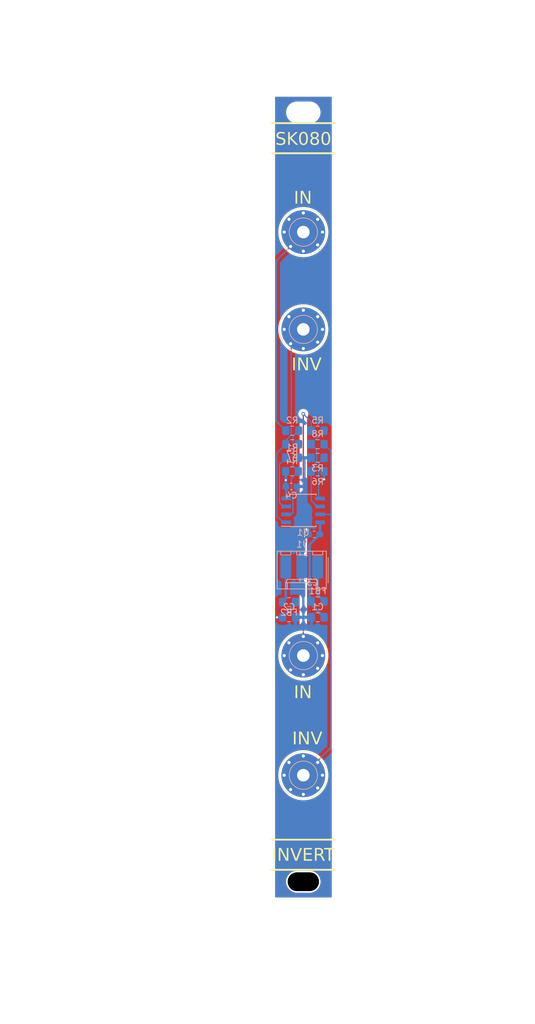
<source format=kicad_pcb>
(kicad_pcb (version 20241229) (generator "pcbnew") (generator_version "9.0")
  (layers (0 "F.Cu" signal) (2 "B.Cu" signal) (13 "F.Paste" user) (15 "B.Paste" user) (5 "F.SilkS" user "F.Silkscreen") (7 "B.SilkS" user "B.Silkscreen") (1 "F.Mask" user) (3 "B.Mask" user) (25 "Edge.Cuts" user))
  (net 0 "")
  (net 1 "+5V")
  (net 2 "GND")
  (net 3 "-5V")
  (net 4 "Net-(J1-Pin_1)")
  (net 5 "Net-(J2-Pin_1)")
  (net 6 "Net-(J3-Pin_1)")
  (net 7 "Net-(J4-Pin_1)")
  (net 8 "Net-(U1A-+)")
  (net 9 "Net-(U1A--)")
  (net 10 "Net-(J1-Pin_3)")
  (net 11 "Net-(J5-Pin_1)")
  (net 12 "Net-(U1B-+)")
  (net 13 "Net-(U1B--)")
  (footprint "synkie_footprints:Solderpad-SYNKIEPAD-2mm" (layer "F.Cu") (at 83.185 128.27)
    (property "Reference" "J3" (hide yes))
    (property "Value" "Input")
    (fp_circle (center 0 0) (end 3.81 0) (stroke (width 0.12)) (fill no) (layer "F.SilkS"))
    (fp_circle (center 0 0) (end 2.25 0) (stroke (width 0.12)) (fill no) (layer "B.SilkS"))
    (pad "1" thru_hole circle (at -3.048 0) (size 0.8 0.8) (drill 0.5) (layers "*.Cu" "*.Mask") (net 6 "Net-(J3-Pin_1)"))
    (pad "1" thru_hole circle (at -2.286 -2.032) (size 0.8 0.8) (drill 0.5) (layers "*.Cu" "*.Mask") (net 6 "Net-(J3-Pin_1)"))
    (pad "1" thru_hole circle (at -2.032 2.286) (size 0.8 0.8) (drill 0.5) (layers "*.Cu" "*.Mask") (net 6 "Net-(J3-Pin_1)"))
    (pad "1" thru_hole circle (at 0 -3.048) (size 0.8 0.8) (drill 0.5) (layers "*.Cu" "*.Mask") (net 6 "Net-(J3-Pin_1)"))
    (pad "1" thru_hole circle (at 0 0) (size 7 7) (drill 2) (layers "*.Cu" "*.Mask") (net 6 "Net-(J3-Pin_1)"))
    (pad "1" thru_hole circle (at 0 3.048) (size 0.8 0.8) (drill 0.5) (layers "*.Cu" "*.Mask") (net 6 "Net-(J3-Pin_1)"))
    (pad "1" thru_hole circle (at 2.286 -2.032) (size 0.8 0.8) (drill 0.5) (layers "*.Cu" "*.Mask") (net 6 "Net-(J3-Pin_1)"))
    (pad "1" thru_hole circle (at 2.286 2.032) (size 0.8 0.8) (drill 0.5) (layers "*.Cu" "*.Mask") (net 6 "Net-(J3-Pin_1)"))
    (pad "1" thru_hole circle (at 3.048 0) (size 0.8 0.8) (drill 0.5) (layers "*.Cu" "*.Mask") (net 6 "Net-(J3-Pin_1)"))
  )
  (footprint "synkie_footprints:Solderpad-SYNKIEPAD-2mm" (layer "F.Cu") (at 83.185 76.327)
    (property "Reference" "J4" (hide yes))
    (property "Value" "Output")
    (fp_circle (center 0 0) (end 3.81 0) (stroke (width 0.12)) (fill no) (layer "F.SilkS"))
    (fp_circle (center 0 0) (end 2.25 0) (stroke (width 0.12)) (fill no) (layer "B.SilkS"))
    (pad "1" thru_hole circle (at -3.048 0) (size 0.8 0.8) (drill 0.5) (layers "*.Cu" "*.Mask") (net 7 "Net-(J4-Pin_1)"))
    (pad "1" thru_hole circle (at -2.286 -2.032) (size 0.8 0.8) (drill 0.5) (layers "*.Cu" "*.Mask") (net 7 "Net-(J4-Pin_1)"))
    (pad "1" thru_hole circle (at -2.032 2.286) (size 0.8 0.8) (drill 0.5) (layers "*.Cu" "*.Mask") (net 7 "Net-(J4-Pin_1)"))
    (pad "1" thru_hole circle (at 0 -3.048) (size 0.8 0.8) (drill 0.5) (layers "*.Cu" "*.Mask") (net 7 "Net-(J4-Pin_1)"))
    (pad "1" thru_hole circle (at 0 0) (size 7 7) (drill 2) (layers "*.Cu" "*.Mask") (net 7 "Net-(J4-Pin_1)"))
    (pad "1" thru_hole circle (at 0 3.048) (size 0.8 0.8) (drill 0.5) (layers "*.Cu" "*.Mask") (net 7 "Net-(J4-Pin_1)"))
    (pad "1" thru_hole circle (at 2.286 -2.032) (size 0.8 0.8) (drill 0.5) (layers "*.Cu" "*.Mask") (net 7 "Net-(J4-Pin_1)"))
    (pad "1" thru_hole circle (at 2.286 2.032) (size 0.8 0.8) (drill 0.5) (layers "*.Cu" "*.Mask") (net 7 "Net-(J4-Pin_1)"))
    (pad "1" thru_hole circle (at 3.048 0) (size 0.8 0.8) (drill 0.5) (layers "*.Cu" "*.Mask") (net 7 "Net-(J4-Pin_1)"))
  )
  (footprint "synkie_frontplate_footprints:Frontplate_10mm" (layer "F.Cu") (at 75.685 38.783)
    (property "Reference" "N1" (hide yes))
    (property "Value" "Housing")
    (fp_line (start 2.4 4.7) (end 12.5 4.7) (stroke (width 0.3)) (layer "F.SilkS"))
    (fp_line (start 2.4 9.5) (end 12.5 9.5) (stroke (width 0.3)) (layer "F.SilkS"))
    (fp_line (start 2.4 118.8) (end 12.5 118.8) (stroke (width 0.3)) (layer "F.SilkS"))
    (fp_line (start 2.4 123.6) (end 12.5 123.6) (stroke (width 0.3)) (layer "F.SilkS"))
    (fp_rect (start 2.5 0) (end 12.5254 128.5) (stroke (width 0.00001)) (fill no) (layer "Edge.Cuts"))
    (fp_text user "SK080" (at 7.5 8.5 0) (layer "F.SilkS") (effects (font (size 2 2)) (justify bottom)))
    (fp_text user "INVERT" (at 7.5 122.5 0) (layer "F.SilkS") (effects (font (size 2 2)) (justify bottom)))
    (pad "" np_thru_hole oval (at 7.5 3) (size 5 3) (drill oval 5 3) (layers "*.Cu"))
    (pad "" np_thru_hole oval (at 7.5 125.5) (size 5 3) (drill oval 5 3) (layers "*.Mask"))
  )
  (footprint "synkie_footprints:Solderpad-SYNKIEPAD-2mm" (layer "F.Cu") (at 83.185 60.833)
    (property "Reference" "J2" (hide yes))
    (property "Value" "Input")
    (fp_circle (center 0 0) (end 3.81 0) (stroke (width 0.12)) (fill no) (layer "F.SilkS"))
    (fp_circle (center 0 0) (end 2.25 0) (stroke (width 0.12)) (fill no) (layer "B.SilkS"))
    (pad "1" thru_hole circle (at -3.048 0) (size 0.8 0.8) (drill 0.5) (layers "*.Cu" "*.Mask") (net 5 "Net-(J2-Pin_1)"))
    (pad "1" thru_hole circle (at -2.286 -2.032) (size 0.8 0.8) (drill 0.5) (layers "*.Cu" "*.Mask") (net 5 "Net-(J2-Pin_1)"))
    (pad "1" thru_hole circle (at -2.032 2.286) (size 0.8 0.8) (drill 0.5) (layers "*.Cu" "*.Mask") (net 5 "Net-(J2-Pin_1)"))
    (pad "1" thru_hole circle (at 0 -3.048) (size 0.8 0.8) (drill 0.5) (layers "*.Cu" "*.Mask") (net 5 "Net-(J2-Pin_1)"))
    (pad "1" thru_hole circle (at 0 0) (size 7 7) (drill 2) (layers "*.Cu" "*.Mask") (net 5 "Net-(J2-Pin_1)"))
    (pad "1" thru_hole circle (at 0 3.048) (size 0.8 0.8) (drill 0.5) (layers "*.Cu" "*.Mask") (net 5 "Net-(J2-Pin_1)"))
    (pad "1" thru_hole circle (at 2.286 -2.032) (size 0.8 0.8) (drill 0.5) (layers "*.Cu" "*.Mask") (net 5 "Net-(J2-Pin_1)"))
    (pad "1" thru_hole circle (at 2.286 2.032) (size 0.8 0.8) (drill 0.5) (layers "*.Cu" "*.Mask") (net 5 "Net-(J2-Pin_1)"))
    (pad "1" thru_hole circle (at 3.048 0) (size 0.8 0.8) (drill 0.5) (layers "*.Cu" "*.Mask") (net 5 "Net-(J2-Pin_1)"))
  )
  (footprint "synkie_footprints:Solderpad-SYNKIEPAD-2mm" (layer "F.Cu") (at 83.185 147.32)
    (property "Reference" "J5" (hide yes))
    (property "Value" "Output")
    (fp_circle (center 0 0) (end 3.81 0) (stroke (width 0.12)) (fill no) (layer "F.SilkS"))
    (fp_circle (center 0 0) (end 2.25 0) (stroke (width 0.12)) (fill no) (layer "B.SilkS"))
    (pad "1" thru_hole circle (at -3.048 0) (size 0.8 0.8) (drill 0.5) (layers "*.Cu" "*.Mask") (net 11 "Net-(J5-Pin_1)"))
    (pad "1" thru_hole circle (at -2.286 -2.032) (size 0.8 0.8) (drill 0.5) (layers "*.Cu" "*.Mask") (net 11 "Net-(J5-Pin_1)"))
    (pad "1" thru_hole circle (at -2.032 2.286) (size 0.8 0.8) (drill 0.5) (layers "*.Cu" "*.Mask") (net 11 "Net-(J5-Pin_1)"))
    (pad "1" thru_hole circle (at 0 -3.048) (size 0.8 0.8) (drill 0.5) (layers "*.Cu" "*.Mask") (net 11 "Net-(J5-Pin_1)"))
    (pad "1" thru_hole circle (at 0 0) (size 7 7) (drill 2) (layers "*.Cu" "*.Mask") (net 11 "Net-(J5-Pin_1)"))
    (pad "1" thru_hole circle (at 0 3.048) (size 0.8 0.8) (drill 0.5) (layers "*.Cu" "*.Mask") (net 11 "Net-(J5-Pin_1)"))
    (pad "1" thru_hole circle (at 2.286 -2.032) (size 0.8 0.8) (drill 0.5) (layers "*.Cu" "*.Mask") (net 11 "Net-(J5-Pin_1)"))
    (pad "1" thru_hole circle (at 2.286 2.032) (size 0.8 0.8) (drill 0.5) (layers "*.Cu" "*.Mask") (net 11 "Net-(J5-Pin_1)"))
    (pad "1" thru_hole circle (at 3.048 0) (size 0.8 0.8) (drill 0.5) (layers "*.Cu" "*.Mask") (net 11 "Net-(J5-Pin_1)"))
  )
  (footprint "synkie_footprints:L_0805_2012Metric_Pad1.15x1.40mm_HandSolder" (layer "B.Cu") (at 80.899 119.761)
    (property "Reference" "FB2" (at 0 1.65 180) (layer "B.SilkS") (effects (justify mirror)))
    (property "Value" "330u")
    (fp_line (start -0.261252 -0.71) (end 0.261252 -0.71) (stroke (width 0.12)) (layer "B.SilkS"))
    (fp_line (start -0.261252 0.71) (end 0.261252 0.71) (stroke (width 0.12)) (layer "B.SilkS"))
    (pad "1" smd roundrect (at -1.025 0) (size 1.15 1.4) (layers "B.Cu" "B.Mask" "B.Paste") (roundrect_rratio 0.217391) (net 10 "Net-(J1-Pin_3)"))
    (pad "2" smd roundrect (at 1.025 0) (size 1.15 1.4) (layers "B.Cu" "B.Mask" "B.Paste") (roundrect_rratio 0.217391) (net 3 "-5V"))
  )
  (footprint "synkie_footprints:SOIC-8_3.9x4.9mm_P1.27mm" (layer "B.Cu") (at 83.152 105.156)
    (property "Reference" "U1" (at 0 3.5 180) (layer "B.SilkS") (effects (justify mirror)))
    (property "Value" "LMH6643")
    (fp_line (start -2.075 -2.575) (end -2.075 -2.43) (stroke (width 0.15)) (layer "B.SilkS"))
    (fp_line (start -2.075 -2.575) (end 2.075 -2.575) (stroke (width 0.15)) (layer "B.SilkS"))
    (fp_line (start -2.075 2.525) (end -3.475 2.525) (stroke (width 0.15)) (layer "B.SilkS"))
    (fp_line (start -2.075 2.575) (end -2.075 2.525) (stroke (width 0.15)) (layer "B.SilkS"))
    (fp_line (start -2.075 2.575) (end 2.075 2.575) (stroke (width 0.15)) (layer "B.SilkS"))
    (fp_line (start 2.075 -2.575) (end 2.075 -2.43) (stroke (width 0.15)) (layer "B.SilkS"))
    (fp_line (start 2.075 2.575) (end 2.075 2.43) (stroke (width 0.15)) (layer "B.SilkS"))
    (pad "1" smd rect (at -2.7 1.905) (size 1.55 0.6) (layers "B.Cu" "B.Mask" "B.Paste") (net 7 "Net-(J4-Pin_1)"))
    (pad "2" smd rect (at -2.7 0.635) (size 1.55 0.6) (layers "B.Cu" "B.Mask" "B.Paste") (net 9 "Net-(U1A--)"))
    (pad "3" smd rect (at -2.7 -0.635) (size 1.55 0.6) (layers "B.Cu" "B.Mask" "B.Paste") (net 8 "Net-(U1A-+)"))
    (pad "4" smd rect (at -2.7 -1.905) (size 1.55 0.6) (layers "B.Cu" "B.Mask" "B.Paste") (net 3 "-5V"))
    (pad "5" smd rect (at 2.7 -1.905) (size 1.55 0.6) (layers "B.Cu" "B.Mask" "B.Paste") (net 12 "Net-(U1B-+)"))
    (pad "6" smd rect (at 2.7 -0.635) (size 1.55 0.6) (layers "B.Cu" "B.Mask" "B.Paste") (net 13 "Net-(U1B--)"))
    (pad "7" smd rect (at 2.7 0.635) (size 1.55 0.6) (layers "B.Cu" "B.Mask" "B.Paste") (net 11 "Net-(J5-Pin_1)"))
    (pad "8" smd rect (at 2.7 1.905) (size 1.55 0.6) (layers "B.Cu" "B.Mask" "B.Paste") (net 1 "+5V"))
  )
  (footprint "synkie_footprints:L_0805_2012Metric_Pad1.15x1.40mm_HandSolder" (layer "B.Cu") (at 85.471 119.634 180)
    (property "Reference" "FB1" (at 0 1.65 0) (layer "B.SilkS") (effects (justify mirror)))
    (property "Value" "330u")
    (fp_line (start -0.261252 0.71) (end 0.261252 0.71) (stroke (width 0.12)) (layer "B.SilkS"))
    (fp_line (start -0.261252 -0.71) (end 0.261252 -0.71) (stroke (width 0.12)) (layer "B.SilkS"))
    (pad "1" smd roundrect (at -1.025 0 180) (size 1.15 1.4) (layers "B.Cu" "B.Mask" "B.Paste") (roundrect_rratio 0.217391) (net 4 "Net-(J1-Pin_1)"))
    (pad "2" smd roundrect (at 1.025 0 180) (size 1.15 1.4) (layers "B.Cu" "B.Mask" "B.Paste") (roundrect_rratio 0.217391) (net 1 "+5V"))
  )
  (footprint "synkie_footprints:R_0805_2012Metric_Pad1.15x1.40mm_HandSolder" (layer "B.Cu") (at 81.407 92.456 180)
    (property "Reference" "R2" (at 0 1.65 0) (layer "B.SilkS") (effects (justify mirror)))
    (property "Value" "10k")
    (fp_line (start -0.261252 0.71) (end 0.261252 0.71) (stroke (width 0.12)) (layer "B.SilkS"))
    (fp_line (start -0.261252 -0.71) (end 0.261252 -0.71) (stroke (width 0.12)) (layer "B.SilkS"))
    (pad "1" smd roundrect (at -1.025 0 180) (size 1.15 1.4) (layers "B.Cu" "B.Mask" "B.Paste") (roundrect_rratio 0.217391) (net 9 "Net-(U1A--)"))
    (pad "2" smd roundrect (at 1.025 0 180) (size 1.15 1.4) (layers "B.Cu" "B.Mask" "B.Paste") (roundrect_rratio 0.217391) (net 5 "Net-(J2-Pin_1)"))
  )
  (footprint "synkie_footprints:C_0603_1608Metric_Pad1.05x0.95mm_HandSolder" (layer "B.Cu") (at 84.93 108.966)
    (property "Reference" "C3" (at -0.254 7.653 180) (layer "B.SilkS") (effects (justify mirror)))
    (property "Value" "100n")
    (fp_line (start -0.171267 -0.51) (end 0.171267 -0.51) (stroke (width 0.12)) (layer "B.SilkS"))
    (fp_line (start -0.171267 0.51) (end 0.171267 0.51) (stroke (width 0.12)) (layer "B.SilkS"))
    (pad "1" smd roundrect (at -0.875 0) (size 1.05 0.95) (layers "B.Cu" "B.Mask" "B.Paste") (net 2 "GND"))
    (pad "2" smd roundrect (at 0.875 0) (size 1.05 0.95) (layers "B.Cu" "B.Mask" "B.Paste") (net 1 "+5V"))
  )
  (footprint "synkie_footprints:R_0805_2012Metric_Pad1.15x1.40mm_HandSolder" (layer "B.Cu") (at 85.471 98.933)
    (property "Reference" "R6" (at 0 1.65 0) (layer "B.SilkS") (effects (justify mirror)))
    (property "Value" "50k")
    (fp_line (start -0.261252 -0.71) (end 0.261252 -0.71) (stroke (width 0.12)) (layer "B.SilkS"))
    (fp_line (start -0.261252 0.71) (end 0.261252 0.71) (stroke (width 0.12)) (layer "B.SilkS"))
    (pad "1" smd roundrect (at -1.025 0) (size 1.15 1.4) (layers "B.Cu" "B.Mask" "B.Paste") (roundrect_rratio 0.217391) (net 13 "Net-(U1B--)"))
    (pad "2" smd roundrect (at 1.025 0) (size 1.15 1.4) (layers "B.Cu" "B.Mask" "B.Paste") (roundrect_rratio 0.217391) (net 3 "-5V"))
  )
  (footprint "synkie_footprints:C_0805_2012Metric_Pad1.15x1.40mm_HandSolder" (layer "B.Cu") (at 80.908 122.174 180)
    (property "Reference" "C2" (at 0 1.65 0) (layer "B.SilkS") (effects (justify mirror)))
    (property "Value" "10u")
    (fp_line (start -0.261252 0.71) (end 0.261252 0.71) (stroke (width 0.12)) (layer "B.SilkS"))
    (fp_line (start -0.261252 -0.71) (end 0.261252 -0.71) (stroke (width 0.12)) (layer "B.SilkS"))
    (pad "1" smd roundrect (at -1.025 0 180) (size 1.15 1.4) (layers "B.Cu" "B.Mask" "B.Paste") (roundrect_rratio 0.217391) (net 2 "GND"))
    (pad "2" smd roundrect (at 1.025 0 180) (size 1.15 1.4) (layers "B.Cu" "B.Mask" "B.Paste") (roundrect_rratio 0.217391) (net 3 "-5V"))
  )
  (footprint "synkie_footprints:R_0805_2012Metric_Pad1.15x1.40mm_HandSolder" (layer "B.Cu") (at 81.407 96.774 180)
    (property "Reference" "R1" (at 0 1.65 0) (layer "B.SilkS") (effects (justify mirror)))
    (property "Value" "10k")
    (fp_line (start -0.261252 0.71) (end 0.261252 0.71) (stroke (width 0.12)) (layer "B.SilkS"))
    (fp_line (start -0.261252 -0.71) (end 0.261252 -0.71) (stroke (width 0.12)) (layer "B.SilkS"))
    (pad "1" smd roundrect (at -1.025 0 180) (size 1.15 1.4) (layers "B.Cu" "B.Mask" "B.Paste") (roundrect_rratio 0.217391) (net 2 "GND"))
    (pad "2" smd roundrect (at 1.025 0 180) (size 1.15 1.4) (layers "B.Cu" "B.Mask" "B.Paste") (roundrect_rratio 0.217391) (net 8 "Net-(U1A-+)"))
  )
  (footprint "synkie_footprints:R_0805_2012Metric_Pad1.15x1.40mm_HandSolder" (layer "B.Cu") (at 85.471 94.615 180)
    (property "Reference" "R8" (at 0 1.65 0) (layer "B.SilkS") (effects (justify mirror)))
    (property "Value" "10k")
    (fp_line (start -0.261252 0.71) (end 0.261252 0.71) (stroke (width 0.12)) (layer "B.SilkS"))
    (fp_line (start -0.261252 -0.71) (end 0.261252 -0.71) (stroke (width 0.12)) (layer "B.SilkS"))
    (pad "1" smd roundrect (at -1.025 0 180) (size 1.15 1.4) (layers "B.Cu" "B.Mask" "B.Paste") (roundrect_rratio 0.217391) (net 11 "Net-(J5-Pin_1)"))
    (pad "2" smd roundrect (at 1.025 0 180) (size 1.15 1.4) (layers "B.Cu" "B.Mask" "B.Paste") (roundrect_rratio 0.217391) (net 13 "Net-(U1B--)"))
  )
  (footprint "synkie_footprints:R_0805_2012Metric_Pad1.15x1.40mm_HandSolder" (layer "B.Cu") (at 81.374 98.933 180)
    (property "Reference" "R4" (at 0 1.65 0) (layer "B.SilkS") (effects (justify mirror)))
    (property "Value" "50k")
    (fp_line (start -0.261252 0.71) (end 0.261252 0.71) (stroke (width 0.12)) (layer "B.SilkS"))
    (fp_line (start -0.261252 -0.71) (end 0.261252 -0.71) (stroke (width 0.12)) (layer "B.SilkS"))
    (pad "1" smd roundrect (at -1.025 0 180) (size 1.15 1.4) (layers "B.Cu" "B.Mask" "B.Paste") (roundrect_rratio 0.217391) (net 9 "Net-(U1A--)"))
    (pad "2" smd roundrect (at 1.025 0 180) (size 1.15 1.4) (layers "B.Cu" "B.Mask" "B.Paste") (roundrect_rratio 0.217391) (net 3 "-5V"))
  )
  (footprint "synkie_footprints:R_0805_2012Metric_Pad1.15x1.40mm_HandSolder" (layer "B.Cu") (at 81.407 94.615)
    (property "Reference" "R7" (at 0 1.65 180) (layer "B.SilkS") (effects (justify mirror)))
    (property "Value" "10k")
    (fp_line (start -0.261252 -0.71) (end 0.261252 -0.71) (stroke (width 0.12)) (layer "B.SilkS"))
    (fp_line (start -0.261252 0.71) (end 0.261252 0.71) (stroke (width 0.12)) (layer "B.SilkS"))
    (pad "1" smd roundrect (at -1.025 0) (size 1.15 1.4) (layers "B.Cu" "B.Mask" "B.Paste") (roundrect_rratio 0.217391) (net 7 "Net-(J4-Pin_1)"))
    (pad "2" smd roundrect (at 1.025 0) (size 1.15 1.4) (layers "B.Cu" "B.Mask" "B.Paste") (roundrect_rratio 0.217391) (net 9 "Net-(U1A--)"))
  )
  (footprint "synkie_footprints:C_0805_2012Metric_Pad1.15x1.40mm_HandSolder" (layer "B.Cu") (at 85.48 122.174 180)
    (property "Reference" "C1" (at 0 1.65 0) (layer "B.SilkS") (effects (justify mirror)))
    (property "Value" "10u")
    (fp_line (start -0.261252 0.71) (end 0.261252 0.71) (stroke (width 0.12)) (layer "B.SilkS"))
    (fp_line (start -0.261252 -0.71) (end 0.261252 -0.71) (stroke (width 0.12)) (layer "B.SilkS"))
    (pad "1" smd roundrect (at -1.025 0 180) (size 1.15 1.4) (layers "B.Cu" "B.Mask" "B.Paste") (roundrect_rratio 0.217391) (net 1 "+5V"))
    (pad "2" smd roundrect (at 1.025 0 180) (size 1.15 1.4) (layers "B.Cu" "B.Mask" "B.Paste") (roundrect_rratio 0.217391) (net 2 "GND"))
  )
  (footprint "synkie_footprints:C_0603_1608Metric_Pad1.05x0.95mm_HandSolder" (layer "B.Cu") (at 81.261 101.346)
    (property "Reference" "C4" (at 0 1.43 180) (layer "B.SilkS") (effects (justify mirror)))
    (property "Value" "100n")
    (fp_line (start -0.171267 -0.51) (end 0.171267 -0.51) (stroke (width 0.12)) (layer "B.SilkS"))
    (fp_line (start -0.171267 0.51) (end 0.171267 0.51) (stroke (width 0.12)) (layer "B.SilkS"))
    (pad "1" smd roundrect (at -0.875 0) (size 1.05 0.95) (layers "B.Cu" "B.Mask" "B.Paste") (net 3 "-5V"))
    (pad "2" smd roundrect (at 0.875 0) (size 1.05 0.95) (layers "B.Cu" "B.Mask" "B.Paste") (net 2 "GND"))
  )
  (footprint "synkie_footprints:R_0805_2012Metric_Pad1.15x1.40mm_HandSolder" (layer "B.Cu") (at 85.471 92.456 180)
    (property "Reference" "R5" (at 0 1.65 0) (layer "B.SilkS") (effects (justify mirror)))
    (property "Value" "10k")
    (fp_line (start -0.261252 0.71) (end 0.261252 0.71) (stroke (width 0.12)) (layer "B.SilkS"))
    (fp_line (start -0.261252 -0.71) (end 0.261252 -0.71) (stroke (width 0.12)) (layer "B.SilkS"))
    (pad "1" smd roundrect (at -1.025 0 180) (size 1.15 1.4) (layers "B.Cu" "B.Mask" "B.Paste") (roundrect_rratio 0.217391) (net 13 "Net-(U1B--)"))
    (pad "2" smd roundrect (at 1.025 0 180) (size 1.15 1.4) (layers "B.Cu" "B.Mask" "B.Paste") (roundrect_rratio 0.217391) (net 6 "Net-(J3-Pin_1)"))
  )
  (footprint "synkie_footprints:R_0805_2012Metric_Pad1.15x1.40mm_HandSolder" (layer "B.Cu") (at 85.462 96.774)
    (property "Reference" "R3" (at 0 1.65 180) (layer "B.SilkS") (effects (justify mirror)))
    (property "Value" "10k")
    (fp_line (start -0.261252 -0.71) (end 0.261252 -0.71) (stroke (width 0.12)) (layer "B.SilkS"))
    (fp_line (start -0.261252 0.71) (end 0.261252 0.71) (stroke (width 0.12)) (layer "B.SilkS"))
    (pad "1" smd roundrect (at -1.025 0) (size 1.15 1.4) (layers "B.Cu" "B.Mask" "B.Paste") (roundrect_rratio 0.217391) (net 2 "GND"))
    (pad "2" smd roundrect (at 1.025 0) (size 1.15 1.4) (layers "B.Cu" "B.Mask" "B.Paste") (roundrect_rratio 0.217391) (net 12 "Net-(U1B-+)"))
  )
  (footprint "synkie_footprints:Molex_KK-254_AE-6410-03A_1x03_P2.54mm_Vertical_SMD" (layer "B.Cu") (at 85.471 114.673 180)
    (property "Reference" "J1" (at 2.54 4.12 0) (layer "B.SilkS") (effects (justify mirror)))
    (property "Value" "Power")
    (fp_line (start 6.46 3.03) (end -1.38 3.03) (stroke (width 0.12)) (layer "B.SilkS"))
    (fp_line (start 6.46 -2.99) (end 6.46 3.03) (stroke (width 0.12)) (layer "B.SilkS"))
    (fp_line (start 5.88 2.43) (end 5.88 3.03) (stroke (width 0.12)) (layer "B.SilkS"))
    (fp_line (start 5.08 -1.99) (end 5.08 -2.99) (stroke (width 0.12)) (layer "B.SilkS"))
    (fp_line (start 4.83 -1.46) (end 5.08 -1.99) (stroke (width 0.12)) (layer "B.SilkS"))
    (fp_line (start 4.83 -2.99) (end 4.83 -1.99) (stroke (width 0.12)) (layer "B.SilkS"))
    (fp_line (start 4.28 3.03) (end 4.28 2.43) (stroke (width 0.12)) (layer "B.SilkS"))
    (fp_line (start 4.28 2.43) (end 5.88 2.43) (stroke (width 0.12)) (layer "B.SilkS"))
    (fp_line (start 3.34 2.43) (end 3.34 3.03) (stroke (width 0.12)) (layer "B.SilkS"))
    (fp_line (start 1.74 3.03) (end 1.74 2.43) (stroke (width 0.12)) (layer "B.SilkS"))
    (fp_line (start 1.74 2.43) (end 3.34 2.43) (stroke (width 0.12)) (layer "B.SilkS"))
    (fp_line (start 0.8 2.43) (end 0.8 3.03) (stroke (width 0.12)) (layer "B.SilkS"))
    (fp_line (start 0.25 -1.46) (end 4.83 -1.46) (stroke (width 0.12)) (layer "B.SilkS"))
    (fp_line (start 0.25 -2.99) (end 0.25 -1.99) (stroke (width 0.12)) (layer "B.SilkS"))
    (fp_line (start 0 -1.99) (end 5.08 -1.99) (stroke (width 0.12)) (layer "B.SilkS"))
    (fp_line (start 0 -1.99) (end 0.25 -1.46) (stroke (width 0.12)) (layer "B.SilkS"))
    (fp_line (start 0 -2.99) (end 0 -1.99) (stroke (width 0.12)) (layer "B.SilkS"))
    (fp_line (start -0.8 3.03) (end -0.8 2.43) (stroke (width 0.12)) (layer "B.SilkS"))
    (fp_line (start -0.8 2.43) (end 0.8 2.43) (stroke (width 0.12)) (layer "B.SilkS"))
    (fp_line (start -1.38 3.03) (end -1.38 -2.99) (stroke (width 0.12)) (layer "B.SilkS"))
    (fp_line (start -1.38 -2.99) (end 6.46 -2.99) (stroke (width 0.12)) (layer "B.SilkS"))
    (fp_line (start -1.67 2) (end -1.67 -2) (stroke (width 0.12)) (layer "B.SilkS"))
    (pad "1" smd roundrect (at 0 0.5 180) (size 1.74 3.6) (layers "B.Cu" "B.Mask" "B.Paste") (roundrect_rratio 0.143678) (net 4 "Net-(J1-Pin_1)"))
    (pad "2" smd roundrect (at 2.54 0.5 180) (size 1.74 3.6) (layers "B.Cu" "B.Mask" "B.Paste") (roundrect_rratio 0.143678) (net 2 "GND"))
    (pad "3" smd roundrect (at 5.08 0.5 180) (size 1.74 3.6) (layers "B.Cu" "B.Mask" "B.Paste") (roundrect_rratio 0.143678) (net 10 "Net-(J1-Pin_3)"))
  )
  (gr_text "INV" (at 81.407 142.748 0) (layer "F.SilkS") (effects (font (size 2 2) (thickness 0.1)) (justify left bottom)))
  (gr_text "IN" (at 81.661 56.642 0) (layer "F.SilkS") (effects (font (size 2 2) (thickness 0.1)) (justify left bottom)))
  (gr_text "IN" (at 81.661 135.382 0) (layer "F.SilkS") (effects (font (size 2 2) (thickness 0.1)) (justify left bottom)))
  (gr_text "INV" (at 81.28 83.185 0) (layer "F.SilkS") (effects (font (size 2 2) (thickness 0.1)) (justify left bottom)))
  (segment (start 84.446 119.634) (end 84.446 120.115) (width 0.4) (layer "B.Cu") (net 1))
  (segment (start 85.852 108.919) (end 85.805 108.966) (width 0.4) (layer "B.Cu") (net 1))
  (segment (start 84.201 110.57) (end 85.805 108.966) (width 0.4) (layer "B.Cu") (net 1))
  (segment (start 85.852 107.061) (end 85.852 108.919) (width 0.4) (layer "B.Cu") (net 1))
  (segment (start 84.446 119.634) (end 84.201 119.389) (width 0.4) (layer "B.Cu") (net 1))
  (segment (start 84.446 120.115) (end 86.505 122.174) (width 0.4) (layer "B.Cu") (net 1))
  (segment (start 84.201 119.389) (end 84.201 110.57) (width 0.4) (layer "B.Cu") (net 1))
  (segment (start 83.439 96.774) (end 83.439 101.346) (width 0.2) (layer "B.Cu") (net 2))
  (segment (start 84.437 96.774) (end 83.439 96.774) (width 0.2) (layer "B.Cu") (net 2))
  (segment (start 82.931 114.173) (end 82.931 110.09) (width 0.4) (layer "B.Cu") (net 2))
  (segment (start 82.136 101.346) (end 83.439 101.346) (width 0.2) (layer "B.Cu") (net 2))
  (segment (start 83.439 101.346) (end 83.439 108.35) (width 0.2) (layer "B.Cu") (net 2))
  (segment (start 83.439 108.35) (end 84.055 108.966) (width 0.2) (layer "B.Cu") (net 2))
  (segment (start 83.439 96.774) (end 82.432 96.774) (width 0.2) (layer "B.Cu") (net 2))
  (segment (start 82.931 110.09) (end 84.055 108.966) (width 0.4) (layer "B.Cu") (net 2))
  (segment (start 78.886 132.099) (end 78.886 101.454) (width 0.4) (layer "F.Cu") (net 3))
  (segment (start 87.5094 132.2006) (end 85.725 133.985) (width 0.4) (layer "F.Cu") (net 3))
  (segment (start 86.487 100.203) (end 87.5094 101.2254) (width 0.4) (layer "F.Cu") (net 3))
  (segment (start 80.772 133.985) (end 78.886 132.099) (width 0.4) (layer "F.Cu") (net 3))
  (segment (start 78.886 101.454) (end 80.01 100.33) (width 0.4) (layer "F.Cu") (net 3))
  (segment (start 87.5094 101.2254) (end 87.5094 132.2006) (width 0.4) (layer "F.Cu") (net 3))
  (segment (start 85.725 133.985) (end 80.772 133.985) (width 0.4) (layer "F.Cu") (net 3))
  (segment (start 80.01 100.33) (end 80.386 100.33) (width 0.4) (layer "F.Cu") (net 3))
  (via (at 86.487 100.203) (size 0.6) (drill 0.3) (layers "F.Cu" "B.Cu") (net 3))
  (via (at 78.985 122.174) (size 0.6) (drill 0.3) (layers "F.Cu" "B.Cu") (net 3))
  (via (at 80.386 100.33) (size 0.6) (drill 0.3) (layers "F.Cu" "B.Cu") (net 3))
  (segment (start 80.386 98.97) (end 80.349 98.933) (width 0.4) (layer "B.Cu") (net 3))
  (segment (start 80.386 100.33) (end 80.386 98.97) (width 0.4) (layer "B.Cu") (net 3))
  (segment (start 81.924 120.133) (end 79.883 122.174) (width 0.4) (layer "B.Cu") (net 3))
  (segment (start 86.496 100.194) (end 86.487 100.203) (width 0.4) (layer "B.Cu") (net 3))
  (segment (start 86.496 98.933) (end 86.496 100.194) (width 0.4) (layer "B.Cu") (net 3))
  (segment (start 80.386 101.346) (end 80.386 100.33) (width 0.4) (layer "B.Cu") (net 3))
  (segment (start 79.883 122.174) (end 78.985 122.174) (width 0.4) (layer "B.Cu") (net 3))
  (segment (start 80.452 103.251) (end 80.452 101.412) (width 0.4) (layer "B.Cu") (net 3))
  (segment (start 80.452 101.412) (end 80.386 101.346) (width 0.4) (layer "B.Cu") (net 3))
  (segment (start 81.924 119.761) (end 81.924 120.133) (width 0.4) (layer "B.Cu") (net 3))
  (segment (start 85.471 114.173) (end 85.471 118.609) (width 0.4) (layer "B.Cu") (net 4))
  (segment (start 85.471 118.609) (end 86.496 119.634) (width 0.4) (layer "B.Cu") (net 4))
  (segment (start 78.867 65.405) (end 83.439 60.833) (width 0.2) (layer "B.Cu") (net 5))
  (segment (start 80.382 92.456) (end 78.867 90.941) (width 0.2) (layer "B.Cu") (net 5))
  (segment (start 78.867 90.941) (end 78.867 65.405) (width 0.2) (layer "B.Cu") (net 5))
  (segment (start 83.185 128.27) (end 83.185 89.789) (width 0.2) (layer "F.Cu") (net 6))
  (via (at 83.185 89.789) (size 0.6) (drill 0.3) (layers "F.Cu" "B.Cu") (net 6))
  (segment (start 84.446 92.456) (end 84.446 91.05) (width 0.2) (layer "B.Cu") (net 6))
  (segment (start 84.446 91.05) (end 83.185 89.789) (width 0.2) (layer "B.Cu") (net 6))
  (segment (start 78.974 106.058) (end 78.974 96.023) (width 0.2) (layer "B.Cu") (net 7))
  (segment (start 81.258 78.508) (end 83.439 76.327) (width 0.2) (layer "B.Cu") (net 7))
  (segment (start 80.382 94.01716) (end 81.258 93.14116) (width 0.2) (layer "B.Cu") (net 7))
  (segment (start 79.977 107.061) (end 78.974 106.058) (width 0.2) (layer "B.Cu") (net 7))
  (segment (start 78.974 96.023) (end 80.382 94.615) (width 0.2) (layer "B.Cu") (net 7))
  (segment (start 81.258 93.14116) (end 81.258 78.508) (width 0.2) (layer "B.Cu") (net 7))
  (segment (start 80.452 107.061) (end 79.977 107.061) (width 0.2) (layer "B.Cu") (net 7))
  (segment (start 80.382 94.615) (end 80.382 94.01716) (width 0.2) (layer "B.Cu") (net 7))
  (segment (start 80.452 104.521) (end 79.977 104.521) (width 0.2) (layer "B.Cu") (net 8))
  (segment (start 79.376 103.92) (end 79.376 97.78) (width 0.2) (layer "B.Cu") (net 8))
  (segment (start 79.977 104.521) (end 79.376 103.92) (width 0.2) (layer "B.Cu") (net 8))
  (segment (start 79.376 97.78) (end 80.382 96.774) (width 0.2) (layer "B.Cu") (net 8))
  (segment (start 81.556 98.09) (end 81.556 94.488) (width 0.2) (layer "B.Cu") (net 9))
  (segment (start 81.28 102.402) (end 81.528 102.65) (width 0.2) (layer "B.Cu") (net 9))
  (segment (start 81.658 93.306845) (end 81.658 93.23) (width 0.2) (layer "B.Cu") (net 9))
  (segment (start 81.28 105.791) (end 80.452 105.791) (width 0.2) (layer "B.Cu") (net 9))
  (segment (start 81.683 94.615) (end 82.432 94.615) (width 0.2) (layer "B.Cu") (net 9))
  (segment (start 81.528 102.65) (end 81.528 105.543) (width 0.2) (layer "B.Cu") (net 9))
  (segment (start 81.556 93.408846) (end 81.658 93.306845) (width 0.2) (layer "B.Cu") (net 9))
  (segment (start 81.28 100.052) (end 81.28 102.402) (width 0.2) (layer "B.Cu") (net 9))
  (segment (start 81.658 93.23) (end 82.432 92.456) (width 0.2) (layer "B.Cu") (net 9))
  (segment (start 81.528 105.543) (end 81.28 105.791) (width 0.2) (layer "B.Cu") (net 9))
  (segment (start 82.399 98.933) (end 81.556 98.09) (width 0.2) (layer "B.Cu") (net 9))
  (segment (start 81.556 94.488) (end 81.683 94.615) (width 0.2) (layer "B.Cu") (net 9))
  (segment (start 81.556 94.488) (end 81.556 93.408846) (width 0.2) (layer "B.Cu") (net 9))
  (segment (start 82.399 98.933) (end 81.28 100.052) (width 0.2) (layer "B.Cu") (net 9))
  (segment (start 80.391 119.244) (end 79.874 119.761) (width 0.4) (layer "B.Cu") (net 10))
  (segment (start 80.391 114.173) (end 80.391 119.244) (width 0.4) (layer "B.Cu") (net 10))
  (segment (start 87.6094 105.9104) (end 87.6094 95.7284) (width 0.2) (layer "B.Cu") (net 11))
  (segment (start 87.6094 142.8956) (end 87.6094 105.9104) (width 0.2) (layer "B.Cu") (net 11))
  (segment (start 87.6094 105.9104) (end 87.6094 105.791) (width 0.2) (layer "B.Cu") (net 11))
  (segment (start 83.185 147.32) (end 87.6094 142.8956) (width 0.2) (layer "B.Cu") (net 11))
  (segment (start 87.6094 95.7284) (end 86.496 94.615) (width 0.2) (layer "B.Cu") (net 11))
  (segment (start 87.6094 105.791) (end 85.852 105.791) (width 0.2) (layer "B.Cu") (net 11))
  (segment (start 85.713 97.624845) (end 85.713 97.548) (width 0.2) (layer "B.Cu") (net 12))
  (segment (start 85.852 103.251) (end 85.62 103.019) (width 0.2) (layer "B.Cu") (net 12))
  (segment (start 85.62 103.019) (end 85.62 97.717846) (width 0.2) (layer "B.Cu") (net 12))
  (segment (start 85.62 97.717846) (end 85.713 97.624845) (width 0.2) (layer "B.Cu") (net 12))
  (segment (start 85.713 97.548) (end 86.487 96.774) (width 0.2) (layer "B.Cu") (net 12))
  (segment (start 84.446 94.506) (end 86.496 92.456) (width 0.2) (layer "B.Cu") (net 13))
  (segment (start 84.446 94.615) (end 84.446 94.506) (width 0.2) (layer "B.Cu") (net 13))
  (segment (start 85.313 95.482) (end 84.446 94.615) (width 0.2) (layer "B.Cu") (net 13))
  (segment (start 84.446 98.933) (end 84.446 98.32616) (width 0.2) (layer "B.Cu") (net 13))
  (segment (start 85.313 97.45916) (end 85.313 95.482) (width 0.2) (layer "B.Cu") (net 13))
  (segment (start 84.446 98.32616) (end 85.313 97.45916) (width 0.2) (layer "B.Cu") (net 13))
  (segment (start 84.446 103.59) (end 84.446 98.933) (width 0.2) (layer "B.Cu") (net 13))
  (segment (start 85.852 104.521) (end 85.377 104.521) (width 0.2) (layer "B.Cu") (net 13))
  (segment (start 85.377 104.521) (end 84.446 103.59) (width 0.2) (layer "B.Cu") (net 13))
  (zone (net 3) (net_name "-5V") (layer "F.Cu") (priority 1) (connect_pads (clearance 0.5)) (min_thickness 0.25) (fill yes (thermal_gap 0.5) (thermal_bridge_width 0.5))
    (polygon (pts (xy 52.959 23.876) (xy 112.395 25.146) (xy 120.142 186.944) (xy 48.26 186.563) (xy 48.641 186.309) (xy 34.798 65.024)))
  )
  (zone (net 2) (net_name "GND") (layer "B.Cu") (connect_pads (clearance 0.5)) (min_thickness 0.25) (fill yes (thermal_gap 0.5) (thermal_bridge_width 0.5) (island_removal_mode 2) (island_area_min 10))
    (polygon (pts (xy 71.12 34.671) (xy 103.759 32.766) (xy 103.759 183.896) (xy 55.499 169.418)))
  )
)
</source>
